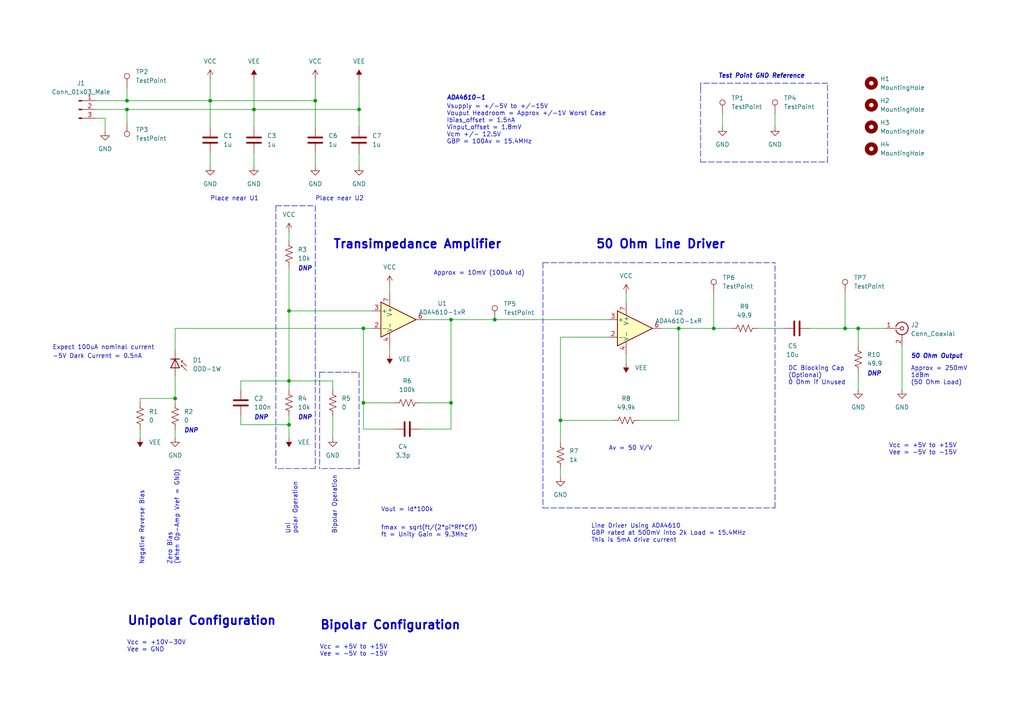
<source format=kicad_sch>
(kicad_sch (version 20211123) (generator eeschema)
  (paper "A4")
  (title_block (title "ADA4610-1 Transimpedance Amplifier") (date "2022-08-07") (rev "1.0") (company "Brenton Salmi, KB1LQD"))
  (lib_symbols
    (symbol "ADA4610_Transimpedance_Amplifier_REV1:ADA4610-1xR" (pin_names (offset 0.127))
      (property "Reference" "U" (at 0 6.35 0))
      (property "Value" "ADA4610-1xR" (at 0 3.81 0))
      (symbol "ADA4610-1xR_0_1"
        (polyline (pts (xy -5.08 5.08) (xy 5.08 0) (xy -5.08 -5.08) (xy -5.08 5.08)) (stroke (width 0.254)) (fill (type background)))
      )
      (symbol "ADA4610-1xR_1_1"
        (pin no_connect line (at -2.54 2.54 270) (length 2.54) hide (name "NC") (number "1"))
        (pin input line (at -7.62 -2.54 0) (length 2.54) (name "-") (number "2"))
        (pin input line (at -7.62 2.54 0) (length 2.54) (name "+") (number "3"))
        (pin power_in line (at -2.54 -7.62 90) (length 3.81) (name "V-") (number "4"))
        (pin no_connect line (at 0 2.54 270) (length 2.54) hide (name "NC") (number "5"))
        (pin output line (at 7.62 0 180) (length 2.54) (name "~") (number "6"))
        (pin power_in line (at -2.54 7.62 270) (length 3.81) (name "V+") (number "7"))
        (pin no_connect line (at 0 -2.54 90) (length 2.54) hide (name "NC") (number "8"))
      )
    )
    (symbol "Connector:Conn_01x03_Male" (pin_names (offset 1.016) hide)
      (property "Reference" "J" (at 0 5.08 0))
      (property "Value" "Conn_01x03_Male" (at 0 -5.08 0))
      (symbol "Conn_01x03_Male_1_1"
        (polyline (pts (xy 1.27 -2.54) (xy 0.8636 -2.54)) (stroke (width 0.1524)))
        (polyline (pts (xy 1.27 0) (xy 0.8636 0)) (stroke (width 0.1524)))
        (polyline (pts (xy 1.27 2.54) (xy 0.8636 2.54)) (stroke (width 0.1524)))
        (rectangle (start 0.8636 -2.413) (end 0 -2.667) (stroke (width 0.1524)) (fill (type outline)))
        (rectangle (start 0.8636 0.127) (end 0 -0.127) (stroke (width 0.1524)) (fill (type outline)))
        (rectangle (start 0.8636 2.667) (end 0 2.413) (stroke (width 0.1524)) (fill (type outline)))
        (pin passive line (at 5.08 2.54 180) (length 3.81) (name "Pin_1") (number "1"))
        (pin passive line (at 5.08 0 180) (length 3.81) (name "Pin_2") (number "2"))
        (pin passive line (at 5.08 -2.54 180) (length 3.81) (name "Pin_3") (number "3"))
      )
    )
    (symbol "Connector:Conn_Coaxial" (pin_names (offset 1.016) hide)
      (property "Reference" "J" (at 0.254 3.048 0))
      (property "Value" "Conn_Coaxial" (at 2.921 0 90))
      (symbol "Conn_Coaxial_0_1"
        (arc (start -1.778 -0.508) (mid 0.2311 -1.8066) (end 1.778 0) (stroke (width 0.254)))
        (polyline (pts (xy -2.54 0) (xy -0.508 0)))
        (polyline (pts (xy 0 -2.54) (xy 0 -1.778)))
        (circle (center 0 0) (radius 0.508) (stroke (width 0.2032)))
        (arc (start 1.778 0) (mid 0.2099 1.8101) (end -1.778 0.508) (stroke (width 0.254)))
      )
      (symbol "Conn_Coaxial_1_1"
        (pin passive line (at -5.08 0 0) (length 2.54) (name "In") (number "1"))
        (pin passive line (at 0 -5.08 90) (length 2.54) (name "Ext") (number "2"))
      )
    )
    (symbol "Connector:TestPoint" (pin_numbers hide) (pin_names (offset 0.762) hide)
      (property "Reference" "TP" (at 0 6.858 0))
      (property "Value" "TestPoint" (at 0 5.08 0))
      (symbol "TestPoint_0_1"
        (circle (center 0 3.302) (radius 0.762))
      )
      (symbol "TestPoint_1_1"
        (pin passive line (at 0 0 90) (length 2.54) (name "1") (number "1"))
      )
    )
    (symbol "Device:C" (pin_numbers hide) (pin_names (offset 0.254))
      (property "Reference" "C" (at 0.635 2.54 0))
      (property "Value" "C" (at 0.635 -2.54 0))
      (symbol "C_0_1"
        (polyline (pts (xy -2.032 -0.762) (xy 2.032 -0.762)) (stroke (width 0.508)))
        (polyline (pts (xy -2.032 0.762) (xy 2.032 0.762)) (stroke (width 0.508)))
      )
      (symbol "C_1_1"
        (pin passive line (at 0 3.81 270) (length 2.794) (name "~") (number "1"))
        (pin passive line (at 0 -3.81 90) (length 2.794) (name "~") (number "2"))
      )
    )
    (symbol "Device:D_Photo" (pin_numbers hide) (pin_names hide)
      (property "Reference" "D" (at 0.508 1.778 0))
      (property "Value" "D_Photo" (at -1.016 -2.794 0))
      (symbol "D_Photo_0_1"
        (polyline (pts (xy -2.54 1.27) (xy -2.54 -1.27)) (stroke (width 0.254)))
        (polyline (pts (xy -2.032 1.778) (xy -1.524 1.778)))
        (polyline (pts (xy 0 0) (xy -2.54 0)))
        (polyline (pts (xy -0.508 3.302) (xy -2.032 1.778) (xy -2.032 2.286)))
        (polyline (pts (xy 0 -1.27) (xy 0 1.27) (xy -2.54 0) (xy 0 -1.27)) (stroke (width 0.254)))
        (polyline (pts (xy 0.762 3.302) (xy -0.762 1.778) (xy -0.762 2.286) (xy -0.762 1.778) (xy -0.254 1.778)))
      )
      (symbol "D_Photo_1_1"
        (pin passive line (at -5.08 0 0) (length 2.54) (name "K") (number "1"))
        (pin passive line (at 2.54 0 180) (length 2.54) (name "A") (number "2"))
      )
    )
    (symbol "Device:R_US" (pin_numbers hide) (pin_names (offset 0))
      (property "Reference" "R" (at 2.54 0 90))
      (property "Value" "R_US" (at -2.54 0 90))
      (symbol "R_US_0_1"
        (polyline (pts (xy 0 -2.286) (xy 0 -2.54)))
        (polyline (pts (xy 0 2.286) (xy 0 2.54)))
        (polyline (pts (xy 0 -0.762) (xy 1.016 -1.143) (xy 0 -1.524) (xy -1.016 -1.905) (xy 0 -2.286)))
        (polyline (pts (xy 0 0.762) (xy 1.016 0.381) (xy 0 0) (xy -1.016 -0.381) (xy 0 -0.762)))
        (polyline (pts (xy 0 2.286) (xy 1.016 1.905) (xy 0 1.524) (xy -1.016 1.143) (xy 0 0.762)))
      )
      (symbol "R_US_1_1"
        (pin passive line (at 0 3.81 270) (length 1.27) (name "~") (number "1"))
        (pin passive line (at 0 -3.81 90) (length 1.27) (name "~") (number "2"))
      )
    )
    (symbol "Mechanical:MountingHole" (pin_names (offset 1.016))
      (property "Reference" "H" (at 0 5.08 0))
      (property "Value" "MountingHole" (at 0 3.175 0))
      (symbol "MountingHole_0_1"
        (circle (center 0 0) (radius 1.27) (stroke (width 1.27)))
      )
    )
    (symbol "power:GND" (power) (pin_names (offset 0))
      (property "Value" "GND" (at 0 -3.81 0))
      (symbol "GND_0_1"
        (polyline (pts (xy 0 0) (xy 0 -1.27) (xy 1.27 -1.27) (xy 0 -2.54) (xy -1.27 -1.27) (xy 0 -1.27)))
      )
      (symbol "GND_1_1"
        (pin power_in line (at 0 0 270) (length 0) hide (name "GND") (number "1"))
      )
    )
    (symbol "power:VCC" (power) (pin_names (offset 0))
      (property "Value" "VCC" (at 0 3.81 0))
      (symbol "VCC_0_1"
        (polyline (pts (xy -0.762 1.27) (xy 0 2.54)))
        (polyline (pts (xy 0 0) (xy 0 2.54)))
        (polyline (pts (xy 0 2.54) (xy 0.762 1.27)))
      )
      (symbol "VCC_1_1"
        (pin power_in line (at 0 0 90) (length 0) hide (name "VCC") (number "1"))
      )
    )
    (symbol "power:VEE" (power) (pin_names (offset 0))
      (property "Value" "VEE" (at 0 3.81 0))
      (symbol "VEE_0_1"
        (polyline (pts (xy 0 0) (xy 0 2.54)))
        (polyline (pts (xy 0.762 1.27) (xy -0.762 1.27) (xy 0 2.54) (xy 0.762 1.27)) (fill (type outline)))
      )
      (symbol "VEE_1_1"
        (pin power_in line (at 0 0 90) (length 0) hide (name "VEE") (number "1"))
      )
    )
  )
  (junction (at 91.44 29.21))
  (junction (at 60.96 29.21))
  (junction (at 248.92 95.25))
  (junction (at 105.41 116.84))
  (junction (at 83.82 110.49))
  (junction (at 73.66 31.75))
  (junction (at 130.81 116.84))
  (junction (at 36.83 31.75))
  (junction (at 143.51 92.71))
  (junction (at 36.83 29.21))
  (junction (at 50.8 115.57))
  (junction (at 83.82 123.19))
  (junction (at 196.85 95.25))
  (junction (at 207.01 95.25))
  (junction (at 105.41 95.25))
  (junction (at 162.56 121.92))
  (junction (at 245.11 95.25))
  (junction (at 83.82 90.17))
  (junction (at 104.14 31.75))
  (junction (at 130.81 92.71))
  (wire (pts (xy 83.82 110.49) (xy 83.82 113.03)))
  (wire (pts (xy 83.82 90.17) (xy 83.82 110.49)))
  (wire (pts (xy 245.11 85.09) (xy 245.11 95.25)))
  (wire (pts (xy 73.66 31.75) (xy 73.66 36.83)))
  (wire (pts (xy 261.62 100.33) (xy 261.62 113.03)))
  (wire (pts (xy 143.51 92.71) (xy 176.53 92.71)))
  (wire (pts (xy 162.56 97.79) (xy 176.53 97.79)))
  (polyline (pts (xy 203.2 25.4) (xy 203.2 46.99)))
  (wire (pts (xy 60.96 29.21) (xy 60.96 36.83)))
  (wire (pts (xy 83.82 67.31) (xy 83.82 69.85)))
  (wire (pts (xy 27.94 29.21) (xy 36.83 29.21)))
  (wire (pts (xy 185.42 121.92) (xy 196.85 121.92)))
  (wire (pts (xy 40.64 115.57) (xy 50.8 115.57)))
  (wire (pts (xy 113.03 100.33) (xy 113.03 102.87)))
  (wire (pts (xy 162.56 135.89) (xy 162.56 138.43)))
  (wire (pts (xy 50.8 115.57) (xy 50.8 116.84)))
  (polyline (pts (xy 203.2 24.13) (xy 203.2 25.4)))
  (wire (pts (xy 96.52 120.65) (xy 96.52 127)))
  (polyline (pts (xy 91.44 135.89) (xy 80.01 135.89)))
  (wire (pts (xy 248.92 95.25) (xy 256.54 95.25)))
  (wire (pts (xy 73.66 22.86) (xy 73.66 31.75)))
  (wire (pts (xy 130.81 92.71) (xy 143.51 92.71)))
  (wire (pts (xy 96.52 110.49) (xy 96.52 113.03)))
  (wire (pts (xy 83.82 120.65) (xy 83.82 123.19)))
  (wire (pts (xy 162.56 121.92) (xy 177.8 121.92)))
  (wire (pts (xy 69.85 110.49) (xy 83.82 110.49)))
  (wire (pts (xy 248.92 95.25) (xy 248.92 100.33)))
  (wire (pts (xy 196.85 121.92) (xy 196.85 95.25)))
  (wire (pts (xy 105.41 95.25) (xy 105.41 116.84)))
  (wire (pts (xy 27.94 34.29) (xy 30.48 34.29)))
  (wire (pts (xy 113.03 82.55) (xy 113.03 85.09)))
  (wire (pts (xy 36.83 25.4) (xy 36.83 29.21)))
  (wire (pts (xy 36.83 29.21) (xy 60.96 29.21)))
  (wire (pts (xy 121.92 124.46) (xy 130.81 124.46)))
  (wire (pts (xy 209.55 33.02) (xy 209.55 36.83)))
  (polyline (pts (xy 157.48 76.2) (xy 224.79 76.2)))
  (wire (pts (xy 30.48 34.29) (xy 30.48 38.1)))
  (wire (pts (xy 121.92 116.84) (xy 130.81 116.84)))
  (wire (pts (xy 50.8 95.25) (xy 105.41 95.25)))
  (wire (pts (xy 36.83 31.75) (xy 36.83 35.56)))
  (wire (pts (xy 40.64 116.84) (xy 40.64 115.57)))
  (wire (pts (xy 207.01 85.09) (xy 207.01 95.25)))
  (wire (pts (xy 50.8 124.46) (xy 50.8 127)))
  (polyline (pts (xy 203.2 46.99) (xy 240.03 46.99)))
  (wire (pts (xy 50.8 101.6) (xy 50.8 95.25)))
  (wire (pts (xy 40.64 124.46) (xy 40.64 127)))
  (wire (pts (xy 36.83 31.75) (xy 73.66 31.75)))
  (wire (pts (xy 207.01 95.25) (xy 212.09 95.25)))
  (wire (pts (xy 130.81 116.84) (xy 130.81 92.71)))
  (polyline (pts (xy 92.71 107.95) (xy 92.71 135.89)))
  (wire (pts (xy 107.95 95.25) (xy 105.41 95.25)))
  (wire (pts (xy 181.61 85.09) (xy 181.61 87.63)))
  (polyline (pts (xy 224.79 147.32) (xy 224.79 76.2)))
  (wire (pts (xy 104.14 31.75) (xy 104.14 36.83)))
  (wire (pts (xy 60.96 44.45) (xy 60.96 48.26)))
  (wire (pts (xy 27.94 31.75) (xy 36.83 31.75)))
  (wire (pts (xy 219.71 95.25) (xy 227.33 95.25)))
  (wire (pts (xy 83.82 90.17) (xy 107.95 90.17)))
  (wire (pts (xy 69.85 113.03) (xy 69.85 110.49)))
  (polyline (pts (xy 157.48 147.32) (xy 224.79 147.32)))
  (polyline (pts (xy 104.14 135.89) (xy 92.71 135.89)))
  (wire (pts (xy 104.14 22.86) (xy 104.14 31.75)))
  (wire (pts (xy 91.44 22.86) (xy 91.44 29.21)))
  (polyline (pts (xy 80.01 59.69) (xy 80.01 135.89)))
  (wire (pts (xy 130.81 92.71) (xy 123.19 92.71)))
  (wire (pts (xy 248.92 107.95) (xy 248.92 113.03)))
  (wire (pts (xy 91.44 44.45) (xy 91.44 48.26)))
  (wire (pts (xy 234.95 95.25) (xy 245.11 95.25)))
  (wire (pts (xy 69.85 123.19) (xy 83.82 123.19)))
  (wire (pts (xy 60.96 22.86) (xy 60.96 29.21)))
  (wire (pts (xy 50.8 109.22) (xy 50.8 115.57)))
  (wire (pts (xy 91.44 29.21) (xy 91.44 36.83)))
  (wire (pts (xy 162.56 121.92) (xy 162.56 97.79)))
  (polyline (pts (xy 157.48 76.2) (xy 157.48 147.32)))
  (polyline (pts (xy 92.71 107.95) (xy 104.14 107.95)))
  (polyline (pts (xy 91.44 59.69) (xy 91.44 135.89)))
  (wire (pts (xy 83.82 77.47) (xy 83.82 90.17)))
  (wire (pts (xy 69.85 120.65) (xy 69.85 123.19)))
  (wire (pts (xy 73.66 44.45) (xy 73.66 48.26)))
  (wire (pts (xy 224.79 33.02) (xy 224.79 36.83)))
  (wire (pts (xy 196.85 95.25) (xy 207.01 95.25)))
  (wire (pts (xy 105.41 116.84) (xy 114.3 116.84)))
  (wire (pts (xy 83.82 123.19) (xy 83.82 127)))
  (wire (pts (xy 83.82 110.49) (xy 96.52 110.49)))
  (wire (pts (xy 181.61 102.87) (xy 181.61 105.41)))
  (wire (pts (xy 105.41 124.46) (xy 105.41 116.84)))
  (polyline (pts (xy 240.03 24.13) (xy 203.2 24.13)))
  (wire (pts (xy 104.14 44.45) (xy 104.14 48.26)))
  (wire (pts (xy 60.96 29.21) (xy 91.44 29.21)))
  (wire (pts (xy 196.85 95.25) (xy 191.77 95.25)))
  (polyline (pts (xy 104.14 107.95) (xy 104.14 135.89)))
  (polyline (pts (xy 240.03 46.99) (xy 240.03 24.13)))
  (wire (pts (xy 130.81 124.46) (xy 130.81 116.84)))
  (wire (pts (xy 245.11 95.25) (xy 248.92 95.25)))
  (wire (pts (xy 114.3 124.46) (xy 105.41 124.46)))
  (wire (pts (xy 162.56 128.27) (xy 162.56 121.92)))
  (polyline (pts (xy 80.01 59.69) (xy 91.44 59.69)))
  (wire (pts (xy 73.66 31.75) (xy 104.14 31.75)))
  (text "50 Ohm Output" (at 264.16 104.14 0) (effects (font (size 1.27 1.27) (thickness 0.254) bold italic) (justify left bottom)))
  (text "Uni\npolar Operation\n" (at 86.36 154.94 90) (effects (font (size 1.27 1.27)) (justify left bottom)))
  (text "50 Ohm Line Driver\n" (at 172.72 72.39 0) (effects (font (size 2.5 2.5) (thickness 0.5) bold) (justify left bottom)))
  (text "DNP" (at 73.66 121.92 0) (effects (font (size 1.27 1.27) (thickness 0.254) bold italic) (justify left bottom)))
  (text "DC Blocking Cap\n(Optional)\n0 Ohm if Unused" (at 228.6 111.76 0) (effects (font (size 1.27 1.27)) (justify left bottom)))
  (text "Approx = 10mV (100uA Id)" (at 125.73 80.01 0) (effects (font (size 1.27 1.27)) (justify left bottom)))
  (text "DNP" (at 86.36 78.74 0) (effects (font (size 1.27 1.27) (thickness 0.254) bold italic) (justify left bottom)))
  (text "Vcc = +5V to +15V\nVee = -5V to -15V\n" (at 257.81 132.08 0) (effects (font (size 1.27 1.27)) (justify left bottom)))
  (text "Line Driver Using ADA4610\nGBP rated at 500mV into 2k Load = 15.4MHz\nThis is 5mA drive current\n" (at 171.45 157.48 0) (effects (font (size 1.27 1.27)) (justify left bottom)))
  (text "Unipolar Configuration" (at 36.83 181.61 0) (effects (font (size 2.5 2.5) (thickness 0.5) bold) (justify left bottom)))
  (text "DNP" (at 53.34 125.73 0) (effects (font (size 1.27 1.27) (thickness 0.254) bold italic) (justify left bottom)))
  (text "Bipolar Operation\n" (at 97.79 154.94 90) (effects (font (size 1.27 1.27)) (justify left bottom)))
  (text "fmax = sqrt(ft/(2*pi*Rf*Cf))\nft = Unity Gain = 9.3Mhz\n\n\n" (at 110.49 160.02 0) (effects (font (size 1.27 1.27)) (justify left bottom)))
  (text "Vsupply = +/-5V to +/-15V\nVouput Headroom = Approx +/-1V Worst Case\nIbias_offset = 1.5nA\nVinput_offset = 1.8mV\nVcm +/- 12.5V\nGBP = 100Av = 15.4MHz\n" (at 129.54 41.91 0) (effects (font (size 1.27 1.27)) (justify left bottom)))
  (text "ADA4610-1" (at 129.54 29.21 0) (effects (font (size 1.27 1.27) (thickness 0.254) bold italic) (justify left bottom)))
  (text "DNP" (at 251.46 109.22 0) (effects (font (size 1.27 1.27) (thickness 0.254) bold italic) (justify left bottom)))
  (text "Test Point GND Reference" (at 208.28 22.86 0) (effects (font (size 1.27 1.27) (thickness 0.254) bold italic) (justify left bottom)))
  (text "Place near U2" (at 91.44 58.42 0) (effects (font (size 1.27 1.27)) (justify left bottom)))
  (text "Vout = Id*100k" (at 110.49 148.59 0) (effects (font (size 1.27 1.27)) (justify left bottom)))
  (text "Zero Bias\n(When Op-Amp Vref = GND)" (at 52.07 163.83 90) (effects (font (size 1.27 1.27)) (justify left bottom)))
  (text "Negative Reverse Bias" (at 41.91 163.83 90) (effects (font (size 1.27 1.27)) (justify left bottom)))
  (text "Expect 100uA nominal current\n" (at 15.24 101.6 0) (effects (font (size 1.27 1.27)) (justify left bottom)))
  (text "Transimpedance Amplifier" (at 96.52 72.39 0) (effects (font (size 2.5 2.5) (thickness 0.5) bold) (justify left bottom)))
  (text "Vcc = +5V to +15V\nVee = -5V to -15V\n" (at 92.71 190.5 0) (effects (font (size 1.27 1.27)) (justify left bottom)))
  (text "Av = 50 V/V" (at 176.53 130.81 0) (effects (font (size 1.27 1.27)) (justify left bottom)))
  (text "Bipolar Configuration" (at 92.71 182.88 0) (effects (font (size 2.5 2.5) (thickness 0.5) bold) (justify left bottom)))
  (text "-5V Dark Current = 0.5nA" (at 15.24 104.14 0) (effects (font (size 1.27 1.27)) (justify left bottom)))
  (text "DNP" (at 86.36 121.92 0) (effects (font (size 1.27 1.27) (thickness 0.254) bold italic) (justify left bottom)))
  (text "Approx = 250mV\n1dBm\n(50 Ohm Load)" (at 264.16 111.76 0) (effects (font (size 1.27 1.27)) (justify left bottom)))
  (text "Vcc = +10V-30V\nVee = GND\n" (at 36.83 189.23 0) (effects (font (size 1.27 1.27)) (justify left bottom)))
  (text "Place near U1\n" (at 60.96 58.42 0) (effects (font (size 1.27 1.27)) (justify left bottom)))
  (symbol (lib_id "Device:R_US") (at 50.8 120.65 0) (unit 1)
    (property "Reference" "R2" (at 53.34 119.3799 0) (effects (justify left)))
    (property "Value" "0" (at 53.34 121.9199 0) (effects (justify left)))
    (property "Footprint" "Resistor_SMD:R_0603_1608Metric_Pad0.98x0.95mm_HandSolder" (effects hide))
  )
  (symbol (lib_id "Connector:TestPoint") (at 245.11 85.09 0) (unit 1)
    (property "Reference" "TP7" (at 247.65 80.5179 0) (effects (justify left)))
    (property "Value" "TestPoint" (at 247.65 83.0579 0) (effects (justify left)))
    (property "Footprint" "TestPoint:TestPoint_Keystone_5010-5014_Multipurpose" (effects hide))
  )
  (symbol (lib_id "Mechanical:MountingHole") (at 252.73 24.13 0) (unit 1)
    (property "Reference" "H1" (at 255.27 22.8599 0) (effects (justify left)))
    (property "Value" "MountingHole" (at 255.27 25.3999 0) (effects (justify left)))
    (property "Footprint" "MountingHole:MountingHole_4.3mm_M4" (effects hide))
  )
  (symbol (lib_id "power:VCC") (at 60.96 22.86 0) (unit 1)
    (property "Reference" "#PWR05" (effects hide))
    (property "Value" "VCC" (at 60.96 17.78 0))
  )
  (symbol (lib_id "power:GND") (at 162.56 138.43 0) (unit 1)
    (property "Reference" "#PWR014" (effects hide))
    (property "Value" "GND" (at 162.56 143.51 0))
  )
  (symbol (lib_id "Device:C") (at 118.11 124.46 90) (unit 1)
    (property "Reference" "C4" (at 116.84 129.54 90))
    (property "Value" "3.3p" (at 116.84 132.08 90))
    (property "Footprint" "Capacitor_SMD:C_0603_1608Metric_Pad1.08x0.95mm_HandSolder" (effects hide))
  )
  (symbol (lib_id "power:VEE") (at 83.82 127 180) (unit 1)
    (property "Reference" "#PWR010" (effects hide))
    (property "Value" "VEE" (at 86.36 128.2699 0) (effects (justify right)))
  )
  (symbol (lib_id "Device:R_US") (at 181.61 121.92 270) (unit 1)
    (property "Reference" "R8" (at 181.61 115.57 90))
    (property "Value" "49.9k" (at 181.61 118.11 90))
    (property "Footprint" "Resistor_SMD:R_0805_2012Metric_Pad1.20x1.40mm_HandSolder" (effects hide))
  )
  (symbol (lib_id "Connector:Conn_01x03_Male") (at 22.86 31.75 0) (unit 1)
    (property "Reference" "J1" (at 23.495 24.13 0))
    (property "Value" "Conn_01x03_Male" (at 23.495 26.67 0))
    (property "Footprint" "Connector_Molex:Molex_KK-254_AE-6410-03A_1x03_P2.54mm_Vertical" (effects hide))
  )
  (symbol (lib_id "Device:R_US") (at 83.82 116.84 0) (unit 1)
    (property "Reference" "R4" (at 86.36 115.5699 0) (effects (justify left)))
    (property "Value" "10k" (at 86.36 118.1099 0) (effects (justify left)))
    (property "Footprint" "Resistor_SMD:R_0603_1608Metric_Pad0.98x0.95mm_HandSolder" (effects hide))
  )
  (symbol (lib_id "power:VEE") (at 73.66 22.86 0) (unit 1)
    (property "Reference" "#PWR07" (effects hide))
    (property "Value" "VEE" (at 73.66 17.78 0))
  )
  (symbol (lib_id "power:VCC") (at 181.61 85.09 0) (unit 1)
    (property "Reference" "#PWR015" (effects hide))
    (property "Value" "VCC" (at 181.61 80.01 0))
  )
  (symbol (lib_id "power:VCC") (at 83.82 67.31 0) (unit 1)
    (property "Reference" "#PWR09" (effects hide))
    (property "Value" "VCC" (at 83.82 62.23 0))
  )
  (symbol (lib_id "power:GND") (at 104.14 48.26 0) (unit 1)
    (property "Reference" "#PWR023" (effects hide))
    (property "Value" "GND" (at 104.14 53.34 0))
  )
  (symbol (lib_id "power:GND") (at 30.48 38.1 0) (unit 1)
    (property "Reference" "#PWR019" (effects hide))
    (property "Value" "GND" (at 30.48 43.18 0))
  )
  (symbol (lib_id "Device:C") (at 231.14 95.25 90) (unit 1)
    (property "Reference" "C5" (at 229.87 100.33 90))
    (property "Value" "10u" (at 229.87 102.87 90))
    (property "Footprint" "Capacitor_SMD:C_1210_3225Metric_Pad1.33x2.70mm_HandSolder" (effects hide))
  )
  (symbol (lib_id "Device:C") (at 73.66 40.64 180) (unit 1)
    (property "Reference" "C3" (at 77.47 39.3699 0) (effects (justify right)))
    (property "Value" "1u" (at 77.47 41.9099 0) (effects (justify right)))
    (property "Footprint" "Capacitor_SMD:C_1206_3216Metric_Pad1.33x1.80mm_HandSolder" (effects hide))
  )
  (symbol (lib_id "Device:C") (at 104.14 40.64 180) (unit 1)
    (property "Reference" "C7" (at 107.95 39.3699 0) (effects (justify right)))
    (property "Value" "1u" (at 107.95 41.9099 0) (effects (justify right)))
    (property "Footprint" "Capacitor_SMD:C_1206_3216Metric_Pad1.33x1.80mm_HandSolder" (effects hide))
  )
  (symbol (lib_id "power:GND") (at 50.8 127 0) (unit 1)
    (property "Reference" "#PWR04" (effects hide))
    (property "Value" "GND" (at 50.8 132.08 0))
  )
  (symbol (lib_id "Mechanical:MountingHole") (at 252.73 30.48 0) (unit 1)
    (property "Reference" "H2" (at 255.27 29.2099 0) (effects (justify left)))
    (property "Value" "MountingHole" (at 255.27 31.7499 0) (effects (justify left)))
    (property "Footprint" "MountingHole:MountingHole_4.3mm_M4" (effects hide))
  )
  (symbol (lib_id "ADA4610_Transimpedance_Amplifier_REV1:ADA4610-1xR") (at 184.15 95.25 0) (unit 1)
    (property "Reference" "U2" (at 196.85 90.551 0))
    (property "Value" "ADA4610-1xR" (at 196.85 93.091 0))
    (property "Footprint" "Package_TO_SOT_SMD:SOT-23-5_HandSoldering" (effects hide))
    (property "Datasheet" "https://www.analog.com/media/en/technical-documentation/data-sheets/ADA4610-1_4610-2_4610-4.pdf" (effects hide))
  )
  (symbol (lib_id "Device:R_US") (at 40.64 120.65 0) (unit 1)
    (property "Reference" "R1" (at 43.18 119.3799 0) (effects (justify left)))
    (property "Value" "0" (at 43.18 121.9199 0) (effects (justify left)))
    (property "Footprint" "Resistor_SMD:R_0603_1608Metric_Pad0.98x0.95mm_HandSolder" (effects hide))
  )
  (symbol (lib_id "power:VEE") (at 181.61 105.41 180) (unit 1)
    (property "Reference" "#PWR016" (effects hide))
    (property "Value" "VEE" (at 184.15 106.6799 0) (effects (justify right)))
  )
  (symbol (lib_id "Connector:TestPoint") (at 36.83 25.4 0) (unit 1)
    (property "Reference" "TP2" (at 39.37 20.8279 0) (effects (justify left)))
    (property "Value" "TestPoint" (at 39.37 23.3679 0) (effects (justify left)))
    (property "Footprint" "TestPoint:TestPoint_Keystone_5010-5014_Multipurpose" (effects hide))
  )
  (symbol (lib_id "Device:D_Photo") (at 50.8 106.68 270) (unit 1)
    (property "Reference" "D1" (at 55.88 104.4574 90) (effects (justify left)))
    (property "Value" "ODD-1W" (at 55.88 106.9974 90) (effects (justify left)))
  )
  (symbol (lib_id "power:VEE") (at 104.14 22.86 0) (unit 1)
    (property "Reference" "#PWR022" (effects hide))
    (property "Value" "VEE" (at 104.14 17.78 0))
  )
  (symbol (lib_id "Device:R_US") (at 215.9 95.25 270) (unit 1)
    (property "Reference" "R9" (at 215.9 88.9 90))
    (property "Value" "49.9" (at 215.9 91.44 90))
    (property "Footprint" "Resistor_SMD:R_0805_2012Metric_Pad1.20x1.40mm_HandSolder" (effects hide))
  )
  (symbol (lib_id "power:VCC") (at 91.44 22.86 0) (unit 1)
    (property "Reference" "#PWR020" (effects hide))
    (property "Value" "VCC" (at 91.44 17.78 0))
  )
  (symbol (lib_id "power:VEE") (at 113.03 102.87 180) (unit 1)
    (property "Reference" "#PWR013" (effects hide))
    (property "Value" "VEE" (at 115.57 104.1399 0) (effects (justify right)))
  )
  (symbol (lib_id "Device:C") (at 60.96 40.64 180) (unit 1)
    (property "Reference" "C1" (at 64.77 39.3699 0) (effects (justify right)))
    (property "Value" "1u" (at 64.77 41.9099 0) (effects (justify right)))
    (property "Footprint" "Capacitor_SMD:C_1206_3216Metric_Pad1.33x1.80mm_HandSolder" (effects hide))
  )
  (symbol (lib_id "power:GND") (at 248.92 113.03 0) (unit 1)
    (property "Reference" "#PWR017" (effects hide))
    (property "Value" "GND" (at 248.92 118.11 0))
  )
  (symbol (lib_id "Connector:TestPoint") (at 36.83 35.56 180) (unit 1)
    (property "Reference" "TP3" (at 39.37 37.5919 0) (effects (justify right)))
    (property "Value" "TestPoint" (at 39.37 40.1319 0) (effects (justify right)))
    (property "Footprint" "TestPoint:TestPoint_Keystone_5010-5014_Multipurpose" (effects hide))
  )
  (symbol (lib_id "power:GND") (at 60.96 48.26 0) (unit 1)
    (property "Reference" "#PWR06" (effects hide))
    (property "Value" "GND" (at 60.96 53.34 0))
  )
  (symbol (lib_id "Connector:Conn_Coaxial") (at 261.62 95.25 0) (unit 1)
    (property "Reference" "J2" (at 264.16 94.2731 0) (effects (justify left)))
    (property "Value" "Conn_Coaxial" (at 264.16 96.8131 0) (effects (justify left)))
    (property "Datasheet" " ~" (effects hide))
  )
  (symbol (lib_id "power:VCC") (at 113.03 82.55 0) (unit 1)
    (property "Reference" "#PWR012" (effects hide))
    (property "Value" "VCC" (at 113.03 77.47 0))
  )
  (symbol (lib_id "power:GND") (at 96.52 127 0) (unit 1)
    (property "Reference" "#PWR011" (effects hide))
    (property "Value" "GND" (at 96.52 132.08 0))
  )
  (symbol (lib_id "power:VEE") (at 40.64 127 180) (unit 1)
    (property "Reference" "#PWR03" (effects hide))
    (property "Value" "VEE" (at 43.18 128.2699 0) (effects (justify right)))
  )
  (symbol (lib_id "Device:R_US") (at 83.82 73.66 0) (unit 1)
    (property "Reference" "R3" (at 86.36 72.3899 0) (effects (justify left)))
    (property "Value" "10k" (at 86.36 74.9299 0) (effects (justify left)))
    (property "Footprint" "Resistor_SMD:R_0603_1608Metric_Pad0.98x0.95mm_HandSolder" (effects hide))
  )
  (symbol (lib_id "Device:R_US") (at 162.56 132.08 180) (unit 1)
    (property "Reference" "R7" (at 165.1 130.8099 0) (effects (justify right)))
    (property "Value" "1k" (at 165.1 133.3499 0) (effects (justify right)))
    (property "Footprint" "Resistor_SMD:R_0603_1608Metric_Pad0.98x0.95mm_HandSolder" (effects hide))
  )
  (symbol (lib_id "Connector:TestPoint") (at 207.01 85.09 0) (unit 1)
    (property "Reference" "TP6" (at 209.55 80.5179 0) (effects (justify left)))
    (property "Value" "TestPoint" (at 209.55 83.0579 0) (effects (justify left)))
    (property "Footprint" "TestPoint:TestPoint_Keystone_5010-5014_Multipurpose" (effects hide))
  )
  (symbol (lib_id "power:GND") (at 73.66 48.26 0) (unit 1)
    (property "Reference" "#PWR08" (effects hide))
    (property "Value" "GND" (at 73.66 53.34 0))
  )
  (symbol (lib_id "Device:R_US") (at 248.92 104.14 0) (unit 1)
    (property "Reference" "R10" (at 251.46 102.8699 0) (effects (justify left)))
    (property "Value" "49.9" (at 251.46 105.4099 0) (effects (justify left)))
    (property "Footprint" "Resistor_SMD:R_0805_2012Metric_Pad1.20x1.40mm_HandSolder" (effects hide))
  )
  (symbol (lib_id "Mechanical:MountingHole") (at 252.73 43.18 0) (unit 1)
    (property "Reference" "H4" (at 255.27 41.9099 0) (effects (justify left)))
    (property "Value" "MountingHole" (at 255.27 44.4499 0) (effects (justify left)))
    (property "Footprint" "MountingHole:MountingHole_4.3mm_M4" (effects hide))
  )
  (symbol (lib_id "ADA4610_Transimpedance_Amplifier_REV1:ADA4610-1xR") (at 115.57 92.71 0) (unit 1)
    (property "Reference" "U1" (at 128.27 88.011 0))
    (property "Value" "ADA4610-1xR" (at 128.27 90.551 0))
    (property "Footprint" "Package_TO_SOT_SMD:SOT-23-5_HandSoldering" (effects hide))
    (property "Datasheet" "https://www.analog.com/media/en/technical-documentation/data-sheets/ADA4610-1_4610-2_4610-4.pdf" (effects hide))
  )
  (symbol (lib_id "Device:R_US") (at 96.52 116.84 0) (unit 1)
    (property "Reference" "R5" (at 99.06 115.5699 0) (effects (justify left)))
    (property "Value" "0" (at 99.06 118.1099 0) (effects (justify left)))
    (property "Footprint" "Resistor_SMD:R_0603_1608Metric_Pad0.98x0.95mm_HandSolder" (effects hide))
  )
  (symbol (lib_id "power:GND") (at 91.44 48.26 0) (unit 1)
    (property "Reference" "#PWR021" (effects hide))
    (property "Value" "GND" (at 91.44 53.34 0))
  )
  (symbol (lib_id "Device:R_US") (at 118.11 116.84 90) (unit 1)
    (property "Reference" "R6" (at 118.11 110.49 90))
    (property "Value" "100k" (at 118.11 113.03 90))
    (property "Footprint" "Resistor_SMD:R_0805_2012Metric_Pad1.20x1.40mm_HandSolder" (effects hide))
  )
  (symbol (lib_id "power:GND") (at 261.62 113.03 0) (unit 1)
    (property "Reference" "#PWR018" (effects hide))
    (property "Value" "GND" (at 261.62 118.11 0))
  )
  (symbol (lib_id "Device:C") (at 91.44 40.64 180) (unit 1)
    (property "Reference" "C6" (at 95.25 39.3699 0) (effects (justify right)))
    (property "Value" "1u" (at 95.25 41.9099 0) (effects (justify right)))
    (property "Footprint" "Capacitor_SMD:C_1206_3216Metric_Pad1.33x1.80mm_HandSolder" (effects hide))
  )
  (symbol (lib_id "Connector:TestPoint") (at 209.55 33.02 0) (unit 1)
    (property "Reference" "TP1" (at 212.09 28.4479 0) (effects (justify left)))
    (property "Value" "TestPoint" (at 212.09 30.9879 0) (effects (justify left)))
    (property "Footprint" "TestPoint:TestPoint_Keystone_5010-5014_Multipurpose" (effects hide))
  )
  (symbol (lib_id "Device:C") (at 69.85 116.84 180) (unit 1)
    (property "Reference" "C2" (at 73.66 115.5699 0) (effects (justify right)))
    (property "Value" "100n" (at 73.66 118.1099 0) (effects (justify right)))
    (property "Footprint" "Capacitor_SMD:C_0805_2012Metric_Pad1.18x1.45mm_HandSolder" (effects hide))
  )
  (symbol (lib_id "Connector:TestPoint") (at 224.79 33.02 0) (unit 1)
    (property "Reference" "TP4" (at 227.33 28.4479 0) (effects (justify left)))
    (property "Value" "TestPoint" (at 227.33 30.9879 0) (effects (justify left)))
    (property "Footprint" "TestPoint:TestPoint_Keystone_5010-5014_Multipurpose" (effects hide))
  )
  (symbol (lib_id "Connector:TestPoint") (at 143.51 92.71 0) (unit 1)
    (property "Reference" "TP5" (at 146.05 88.1379 0) (effects (justify left)))
    (property "Value" "TestPoint" (at 146.05 90.6779 0) (effects (justify left)))
    (property "Footprint" "TestPoint:TestPoint_Keystone_5010-5014_Multipurpose" (effects hide))
  )
  (symbol (lib_id "power:GND") (at 224.79 36.83 0) (unit 1)
    (property "Reference" "#PWR02" (effects hide))
    (property "Value" "GND" (at 224.79 41.91 0))
  )
  (symbol (lib_id "Mechanical:MountingHole") (at 252.73 36.83 0) (unit 1)
    (property "Reference" "H3" (at 255.27 35.5599 0) (effects (justify left)))
    (property "Value" "MountingHole" (at 255.27 38.0999 0) (effects (justify left)))
    (property "Footprint" "MountingHole:MountingHole_4.3mm_M4" (effects hide))
  )
  (symbol (lib_id "power:GND") (at 209.55 36.83 0) (unit 1)
    (property "Reference" "#PWR01" (effects hide))
    (property "Value" "GND" (at 209.55 41.91 0))
  )
)
</source>
